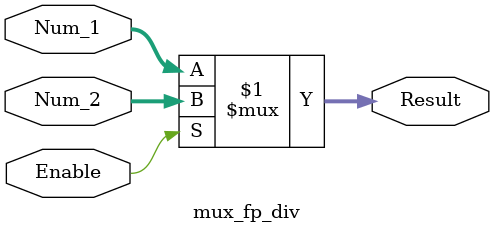
<source format=v>
module mux_fp_div
(
    input  [31:0]   Num_1, Num_2,
    input           Enable,
    output [31:0]   Result
);

assign Result = (Enable)? Num_2 : Num_1;
    
endmodule //mux_fp_div



</source>
